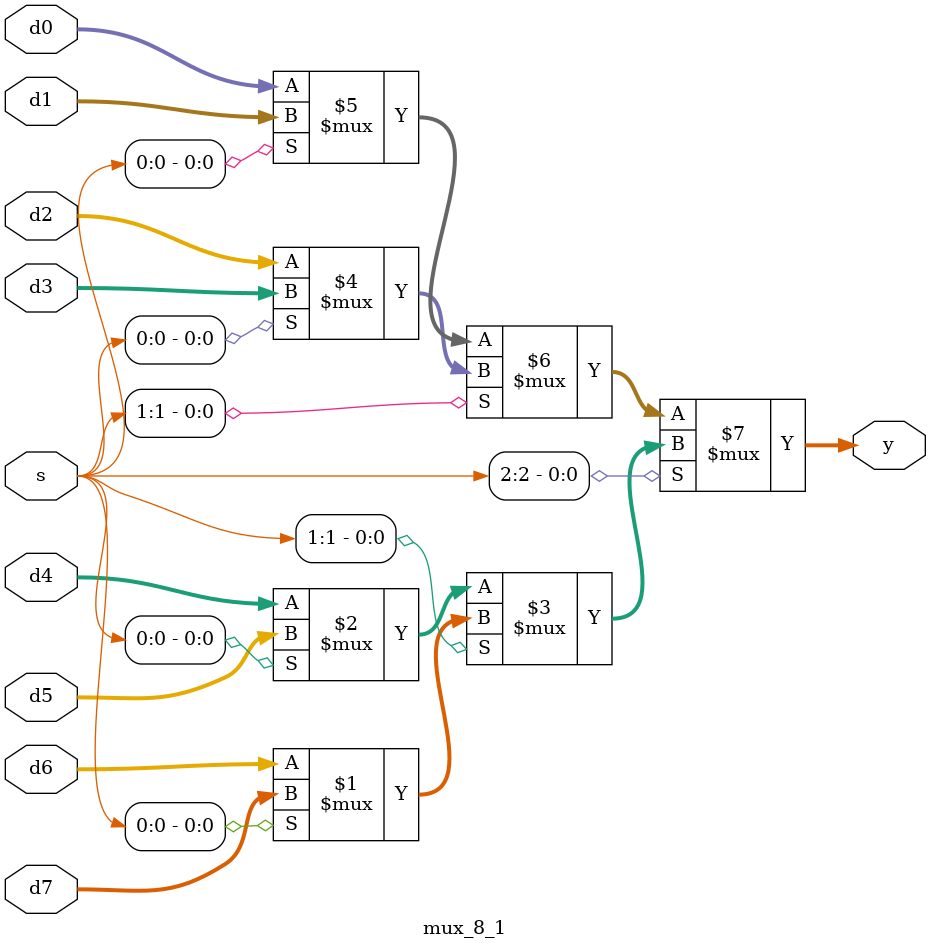
<source format=v>
module mux_8_1 (
	input  [2:0] s,
	input  [2:0] d0,
	input  [2:0] d1,
	input  [2:0] d2,
	input  [2:0] d3,
	input  [2:0] d4,
	input  [2:0] d5,
	input  [2:0] d6,
	input  [2:0] d7,
	output [2:0] y
);

assign y = s[2] ? (s[1] ? (s[0] ? d7 : d6) : (s[0] ? d5 : d4)) : (s[1] ? (s[0] ? d3 : d2) : (s[0] ? d1 : d0));

endmodule

</source>
